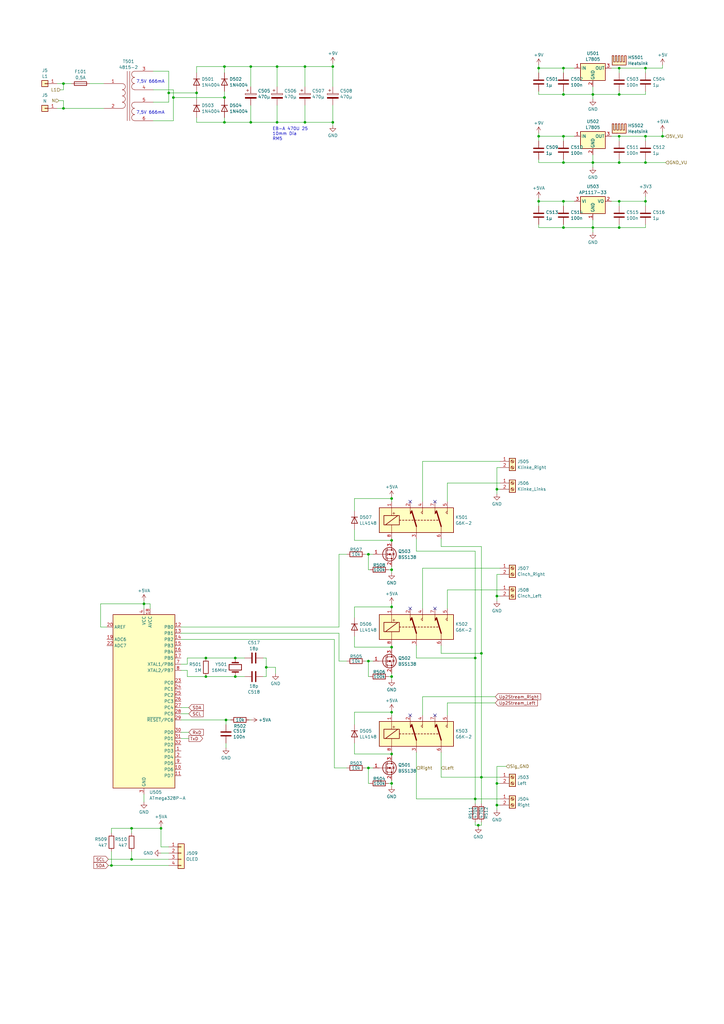
<source format=kicad_sch>
(kicad_sch (version 20230121) (generator eeschema)
  (paper "A3" portrait)
  (lib_symbols
    (symbol "Connector:Screw_Terminal_01x02" (pin_names (offset 1.016) hide)
      (property "Reference" "J" (at 0 2.54 0))
      (property "Value" "Screw_Terminal_01x02" (at 0 -5.08 0))
      (symbol "Screw_Terminal_01x02_1_1"
        (pin passive line (at -5.08 0 0) (length 3.81) (name "Pin_1") (number "1"))
        (pin passive line (at -5.08 -2.54 0) (length 3.81) (name "Pin_2") (number "2"))
      )
    )
    (symbol "Connector_Generic:Conn_01x01" (pin_names (offset 1.016) hide)
      (property "Reference" "J" (at 0 2.54 0))
      (property "Value" "Conn_01x01" (at 0 -2.54 0))
      (symbol "Conn_01x01_1_1"
        (pin passive line (at -5.08 0 0) (length 3.81) (name "Pin_1") (number "1"))
      )
    )
    (symbol "Connector_Generic:Conn_01x04" (pin_names (offset 1.016) hide)
      (property "Reference" "J" (at 0 5.08 0))
      (property "Value" "Conn_01x04" (at 0 -7.62 0))
      (symbol "Conn_01x04_1_1"
        (pin passive line (at -5.08 2.54 0) (length 3.81) (name "Pin_1") (number "1"))
        (pin passive line (at -5.08 0 0) (length 3.81) (name "Pin_2") (number "2"))
        (pin passive line (at -5.08 -2.54 0) (length 3.81) (name "Pin_3") (number "3"))
        (pin passive line (at -5.08 -5.08 0) (length 3.81) (name "Pin_4") (number "4"))
      )
    )
    (symbol "Device:C" (pin_numbers hide) (pin_names (offset 0.254))
      (property "Reference" "C" (at 0.635 2.54 0))
      (property "Value" "C" (at 0.635 -2.54 0))
      (symbol "C_1_1"
        (pin passive line (at 0 3.81 270) (length 2.794) (name "~") (number "1"))
        (pin passive line (at 0 -3.81 90) (length 2.794) (name "~") (number "2"))
      )
    )
    (symbol "Device:C_Polarized" (pin_numbers hide) (pin_names (offset 0.254))
      (property "Reference" "C" (at 0.635 2.54 0))
      (property "Value" "C_Polarized" (at 0.635 -2.54 0))
      (symbol "C_Polarized_1_1"
        (pin passive line (at 0 3.81 270) (length 2.794) (name "~") (number "1"))
        (pin passive line (at 0 -3.81 90) (length 2.794) (name "~") (number "2"))
      )
    )
    (symbol "Device:Crystal" (pin_numbers hide) (pin_names (offset 1.016) hide)
      (property "Reference" "Y" (at 0 3.81 0))
      (property "Value" "Crystal" (at 0 -3.81 0))
      (symbol "Crystal_1_1"
        (pin passive line (at -3.81 0 0) (length 1.27) (name "1") (number "1"))
        (pin passive line (at 3.81 0 180) (length 1.27) (name "2") (number "2"))
      )
    )
    (symbol "Device:Fuse" (pin_numbers hide) (pin_names (offset 0))
      (property "Reference" "F" (at 2.032 0 90))
      (property "Value" "Fuse" (at -1.905 0 90))
      (symbol "Fuse_1_1"
        (pin passive line (at 0 3.81 270) (length 1.27) (name "~") (number "1"))
        (pin passive line (at 0 -3.81 90) (length 1.27) (name "~") (number "2"))
      )
    )
    (symbol "Device:R" (pin_numbers hide) (pin_names (offset 0))
      (property "Reference" "R" (at 2.032 0 90))
      (property "Value" "R" (at 0 0 90))
      (symbol "R_1_1"
        (pin passive line (at 0 3.81 270) (length 1.27) (name "~") (number "1"))
        (pin passive line (at 0 -3.81 90) (length 1.27) (name "~") (number "2"))
      )
    )
    (symbol "Device:Transformer_1P_2S" (pin_names (offset 1.016) hide)
      (property "Reference" "T" (at 0 12.7 0))
      (property "Value" "Transformer_1P_2S" (at 0 -12.7 0))
      (symbol "Transformer_1P_2S_1_1"
        (pin passive line (at -10.16 5.08 0) (length 7.62) (name "AA") (number "1"))
        (pin passive line (at -10.16 -5.08 0) (length 7.62) (name "AB") (number "2"))
        (pin passive line (at 10.16 10.16 180) (length 7.62) (name "SA") (number "3"))
        (pin passive line (at 10.16 2.54 180) (length 7.62) (name "SB") (number "4"))
        (pin passive line (at 10.16 -2.54 180) (length 7.62) (name "SC") (number "5"))
        (pin passive line (at 10.16 -10.16 180) (length 7.62) (name "SD") (number "6"))
      )
    )
    (symbol "Diode:1N4004" (pin_numbers hide) (pin_names hide)
      (property "Reference" "D" (at 0 2.54 0))
      (property "Value" "1N4004" (at 0 -2.54 0))
      (symbol "1N4004_1_1"
        (pin passive line (at -3.81 0 0) (length 2.54) (name "K") (number "1"))
        (pin passive line (at 3.81 0 180) (length 2.54) (name "A") (number "2"))
      )
    )
    (symbol "Diode:LL4148" (pin_numbers hide) (pin_names hide)
      (property "Reference" "D" (at 0 2.54 0))
      (property "Value" "LL4148" (at 0 -2.54 0))
      (symbol "LL4148_1_1"
        (pin passive line (at -3.81 0 0) (length 2.54) (name "K") (number "1"))
        (pin passive line (at 3.81 0 180) (length 2.54) (name "A") (number "2"))
      )
    )
    (symbol "MCU_Microchip_ATmega:ATmega328P-A"
      (property "Reference" "U" (at -12.7 36.83 0))
      (property "Value" "ATmega328P-A" (at 2.54 -36.83 0))
      (symbol "ATmega328P-A_1_1"
        (pin bidirectional line (at 15.24 -20.32 180) (length 2.54) (name "PD3") (number "1"))
        (pin bidirectional line (at 15.24 -27.94 180) (length 2.54) (name "PD6") (number "10"))
        (pin bidirectional line (at 15.24 -30.48 180) (length 2.54) (name "PD7") (number "11"))
        (pin bidirectional line (at 15.24 30.48 180) (length 2.54) (name "PB0") (number "12"))
        (pin bidirectional line (at 15.24 27.94 180) (length 2.54) (name "PB1") (number "13"))
        (pin bidirectional line (at 15.24 25.4 180) (length 2.54) (name "PB2") (number "14"))
        (pin bidirectional line (at 15.24 22.86 180) (length 2.54) (name "PB3") (number "15"))
        (pin bidirectional line (at 15.24 20.32 180) (length 2.54) (name "PB4") (number "16"))
        (pin bidirectional line (at 15.24 17.78 180) (length 2.54) (name "PB5") (number "17"))
        (pin power_in line (at 2.54 38.1 270) (length 2.54) (name "AVCC") (number "18"))
        (pin input line (at -15.24 25.4 0) (length 2.54) (name "ADC6") (number "19"))
        (pin bidirectional line (at 15.24 -22.86 180) (length 2.54) (name "PD4") (number "2"))
        (pin passive line (at -15.24 30.48 0) (length 2.54) (name "AREF") (number "20"))
        (pin passive line (at 0 -38.1 90) (length 2.54) hide (name "GND") (number "21"))
        (pin input line (at -15.24 22.86 0) (length 2.54) (name "ADC7") (number "22"))
        (pin bidirectional line (at 15.24 7.62 180) (length 2.54) (name "PC0") (number "23"))
        (pin bidirectional line (at 15.24 5.08 180) (length 2.54) (name "PC1") (number "24"))
        (pin bidirectional line (at 15.24 2.54 180) (length 2.54) (name "PC2") (number "25"))
        (pin bidirectional line (at 15.24 0 180) (length 2.54) (name "PC3") (number "26"))
        (pin bidirectional line (at 15.24 -2.54 180) (length 2.54) (name "PC4") (number "27"))
        (pin bidirectional line (at 15.24 -5.08 180) (length 2.54) (name "PC5") (number "28"))
        (pin bidirectional line (at 15.24 -7.62 180) (length 2.54) (name "~{RESET}/PC6") (number "29"))
        (pin power_in line (at 0 -38.1 90) (length 2.54) (name "GND") (number "3"))
        (pin bidirectional line (at 15.24 -12.7 180) (length 2.54) (name "PD0") (number "30"))
        (pin bidirectional line (at 15.24 -15.24 180) (length 2.54) (name "PD1") (number "31"))
        (pin bidirectional line (at 15.24 -17.78 180) (length 2.54) (name "PD2") (number "32"))
        (pin power_in line (at 0 38.1 270) (length 2.54) (name "VCC") (number "4"))
        (pin passive line (at 0 -38.1 90) (length 2.54) hide (name "GND") (number "5"))
        (pin passive line (at 0 38.1 270) (length 2.54) hide (name "VCC") (number "6"))
        (pin bidirectional line (at 15.24 15.24 180) (length 2.54) (name "XTAL1/PB6") (number "7"))
        (pin bidirectional line (at 15.24 12.7 180) (length 2.54) (name "XTAL2/PB7") (number "8"))
        (pin bidirectional line (at 15.24 -25.4 180) (length 2.54) (name "PD5") (number "9"))
      )
    )
    (symbol "Mechanical:Heatsink" (pin_names (offset 1.016))
      (property "Reference" "HS" (at 0 5.08 0))
      (property "Value" "Heatsink" (at 0 -1.27 0))
    )
    (symbol "Regulator_Linear:AP1117-33"
      (property "Reference" "U" (at -3.81 3.175 0))
      (property "Value" "AP1117-33" (at 0 3.175 0))
      (symbol "AP1117-33_1_1"
        (pin power_in line (at 0 -7.62 90) (length 2.54) (name "GND") (number "1"))
        (pin power_out line (at 7.62 0 180) (length 2.54) (name "VO") (number "2"))
        (pin power_in line (at -7.62 0 0) (length 2.54) (name "VI") (number "3"))
      )
    )
    (symbol "Regulator_Linear:L7805" (pin_names (offset 0.254))
      (property "Reference" "U" (at -3.81 3.175 0))
      (property "Value" "L7805" (at 0 3.175 0))
      (symbol "L7805_1_1"
        (pin power_in line (at -7.62 0 0) (length 2.54) (name "IN") (number "1"))
        (pin power_in line (at 0 -7.62 90) (length 2.54) (name "GND") (number "2"))
        (pin power_out line (at 7.62 0 180) (length 2.54) (name "OUT") (number "3"))
      )
    )
    (symbol "Relay:G6K-2"
      (property "Reference" "K" (at 16.51 3.81 0))
      (property "Value" "G6K-2" (at 16.51 1.27 0))
      (symbol "G6K-2_0_0"
        (text "+" (at -9.271 2.921 0) (effects (font (size 1.27 1.27))))
      )
      (symbol "G6K-2_1_1"
        (pin passive line (at -10.16 7.62 270) (length 2.54) (name "~") (number "1"))
        (pin passive line (at -2.54 7.62 270) (length 2.54) (name "~") (number "2"))
        (pin passive line (at 0 -7.62 90) (length 2.54) (name "~") (number "3"))
        (pin passive line (at 2.54 7.62 270) (length 2.54) (name "~") (number "4"))
        (pin passive line (at 12.7 7.62 270) (length 2.54) (name "~") (number "5"))
        (pin passive line (at 10.16 -7.62 90) (length 2.54) (name "~") (number "6"))
        (pin passive line (at 7.62 7.62 270) (length 2.54) (name "~") (number "7"))
        (pin passive line (at -10.16 -7.62 90) (length 2.54) (name "~") (number "8"))
      )
    )
    (symbol "Transistor_FET:BSS138" (pin_names hide)
      (property "Reference" "Q" (at 5.08 1.905 0))
      (property "Value" "BSS138" (at 5.08 0 0))
      (symbol "BSS138_1_1"
        (pin input line (at -5.08 0 0) (length 2.54) (name "G") (number "1"))
        (pin passive line (at 2.54 -5.08 90) (length 2.54) (name "S") (number "2"))
        (pin passive line (at 2.54 5.08 270) (length 2.54) (name "D") (number "3"))
      )
    )
    (symbol "power:+3V3" (power) (pin_names (offset 0))
      (property "Value" "+3V3" (at 0 3.556 0))
      (symbol "+3V3_1_1"
        (pin power_in line (at 0 0 90) (length 0) hide (name "+3V3") (number "1"))
      )
    )
    (symbol "power:+5V" (power) (pin_names (offset 0))
      (property "Value" "+5V" (at 0 3.556 0))
      (symbol "+5V_1_1"
        (pin power_in line (at 0 0 90) (length 0) hide (name "+5V") (number "1"))
      )
    )
    (symbol "power:+5VA" (power) (pin_names (offset 0))
      (property "Value" "+5VA" (at 0 3.556 0))
      (symbol "+5VA_1_1"
        (pin power_in line (at 0 0 90) (length 0) hide (name "+5VA") (number "1"))
      )
    )
    (symbol "power:+9V" (power) (pin_names (offset 0))
      (property "Value" "+9V" (at 0 3.556 0))
      (symbol "+9V_1_1"
        (pin power_in line (at 0 0 90) (length 0) hide (name "+9V") (number "1"))
      )
    )
    (symbol "power:GND" (power) (pin_names (offset 0))
      (property "Value" "GND" (at 0 -3.81 0))
      (symbol "GND_1_1"
        (pin power_in line (at 0 0 270) (length 0) hide (name "GND") (number "1"))
      )
    )
  )
  (junction (at 254 38.735))
  (junction (at 254 93.345))
  (junction (at 197.485 267.97))
  (junction (at 264.795 27.94))
  (junction (at 113.665 27.305))
  (junction (at 203.835 244.475))
  (junction (at 151.13 314.96))
  (junction (at 254 82.55))
  (junction (at 231.14 82.55))
  (junction (at 194.945 327.66))
  (junction (at 84.455 277.495))
  (junction (at 196.215 338.455))
  (junction (at 160.655 309.245))
  (junction (at 160.655 204.47))
  (junction (at 160.655 248.92))
  (junction (at 203.835 200.66))
  (junction (at 151.13 271.145))
  (junction (at 197.485 318.77))
  (junction (at 203.835 321.31))
  (junction (at 92.075 27.305))
  (junction (at 113.665 50.165))
  (junction (at 243.205 93.345))
  (junction (at 271.78 55.88))
  (junction (at 231.14 93.345))
  (junction (at 231.14 55.88))
  (junction (at 80.645 38.1))
  (junction (at 45.72 354.965))
  (junction (at 53.975 339.725))
  (junction (at 92.075 40.005))
  (junction (at 102.87 50.165))
  (junction (at 96.52 277.495))
  (junction (at 231.14 38.735))
  (junction (at 92.71 295.275))
  (junction (at 59.055 247.65))
  (junction (at 220.98 82.55))
  (junction (at 243.205 38.735))
  (junction (at 102.87 27.305))
  (junction (at 136.525 27.305))
  (junction (at 109.22 273.685))
  (junction (at 96.52 269.875))
  (junction (at 220.98 27.94))
  (junction (at 66.04 339.725))
  (junction (at 194.945 269.875))
  (junction (at 160.655 321.31))
  (junction (at 160.655 233.68))
  (junction (at 160.655 265.43))
  (junction (at 203.835 330.2))
  (junction (at 151.13 227.33))
  (junction (at 53.975 352.425))
  (junction (at 84.455 269.875))
  (junction (at 264.795 55.88))
  (junction (at 254 27.94))
  (junction (at 71.12 40.005))
  (junction (at 264.795 82.55))
  (junction (at 125.095 27.305))
  (junction (at 26.035 44.45))
  (junction (at 125.095 50.165))
  (junction (at 136.525 50.165))
  (junction (at 92.075 50.165))
  (junction (at 231.14 66.675))
  (junction (at 69.215 38.1))
  (junction (at 160.655 221.615))
  (junction (at 220.98 55.88))
  (junction (at 231.14 27.94))
  (junction (at 254 55.88))
  (junction (at 243.205 66.675))
  (junction (at 26.035 34.29))
  (junction (at 160.655 277.495))
  (junction (at 160.655 292.1))
  (junction (at 264.795 66.675))
  (junction (at 254 66.675))
  (no_connect (at 178.435 249.555))
  (no_connect (at 168.275 249.555))
  (no_connect (at 178.435 293.37))
  (no_connect (at 178.435 205.74))
  (no_connect (at 168.275 205.74))
  (no_connect (at 168.275 293.37))
  (wire (pts (xy 74.295 262.255) (xy 137.16 262.255)))
  (wire (pts (xy 92.075 50.165) (xy 92.075 48.26)))
  (wire (pts (xy 194.945 327.66) (xy 170.815 327.66)))
  (wire (pts (xy 145.415 260.985) (xy 145.415 265.43)))
  (wire (pts (xy 197.485 318.77) (xy 197.485 329.565)))
  (wire (pts (xy 183.515 198.12) (xy 205.105 198.12)))
  (wire (pts (xy 160.655 233.68) (xy 160.655 232.41)))
  (wire (pts (xy 76.835 277.495) (xy 76.835 274.955)))
  (wire (pts (xy 264.795 80.645) (xy 264.795 82.55)))
  (wire (pts (xy 136.525 27.305) (xy 136.525 35.56)))
  (wire (pts (xy 197.485 267.97) (xy 197.485 318.77)))
  (wire (pts (xy 53.975 339.725) (xy 53.975 341.63)))
  (wire (pts (xy 243.205 38.735) (xy 254 38.735)))
  (wire (pts (xy 160.655 233.68) (xy 160.655 234.95)))
  (wire (pts (xy 203.835 332.105) (xy 203.835 330.2)))
  (wire (pts (xy 74.295 302.895) (xy 77.47 302.895)))
  (wire (pts (xy 203.835 244.475) (xy 205.105 244.475)))
  (wire (pts (xy 231.14 27.94) (xy 235.585 27.94)))
  (wire (pts (xy 53.975 349.25) (xy 53.975 352.425)))
  (wire (pts (xy 125.095 27.305) (xy 136.525 27.305)))
  (wire (pts (xy 254 82.55) (xy 254 84.455)))
  (wire (pts (xy 61.595 249.555) (xy 61.595 247.65)))
  (wire (pts (xy 271.78 55.88) (xy 273.05 55.88)))
  (wire (pts (xy 151.765 321.31) (xy 151.13 321.31)))
  (wire (pts (xy 107.95 277.495) (xy 109.22 277.495)))
  (wire (pts (xy 136.525 50.165) (xy 136.525 43.18)))
  (wire (pts (xy 44.45 354.965) (xy 45.72 354.965)))
  (wire (pts (xy 264.795 84.455) (xy 264.795 82.55)))
  (wire (pts (xy 231.14 57.785) (xy 231.14 55.88)))
  (wire (pts (xy 231.14 82.55) (xy 235.585 82.55)))
  (wire (pts (xy 264.795 55.88) (xy 254 55.88)))
  (wire (pts (xy 102.87 43.18) (xy 102.87 50.165)))
  (wire (pts (xy 194.945 337.185) (xy 194.945 338.455)))
  (wire (pts (xy 41.275 247.65) (xy 41.275 257.175)))
  (wire (pts (xy 145.415 221.615) (xy 160.655 221.615)))
  (wire (pts (xy 173.355 189.23) (xy 173.355 205.74)))
  (wire (pts (xy 125.095 43.18) (xy 125.095 50.165)))
  (wire (pts (xy 74.295 300.355) (xy 77.47 300.355)))
  (wire (pts (xy 151.13 321.31) (xy 151.13 314.96)))
  (wire (pts (xy 71.12 40.005) (xy 71.12 36.83)))
  (wire (pts (xy 160.655 321.31) (xy 160.655 320.04)))
  (wire (pts (xy 71.12 49.53) (xy 71.12 40.005)))
  (wire (pts (xy 160.655 203.835) (xy 160.655 204.47)))
  (wire (pts (xy 74.295 292.735) (xy 77.47 292.735)))
  (wire (pts (xy 45.72 339.725) (xy 53.975 339.725)))
  (wire (pts (xy 139.065 271.145) (xy 142.24 271.145)))
  (wire (pts (xy 203.835 330.2) (xy 205.105 330.2)))
  (wire (pts (xy 61.595 247.65) (xy 59.055 247.65)))
  (wire (pts (xy 243.205 66.675) (xy 254 66.675)))
  (wire (pts (xy 125.095 50.165) (xy 136.525 50.165)))
  (wire (pts (xy 205.105 233.045) (xy 173.355 233.045)))
  (wire (pts (xy 264.795 55.88) (xy 271.78 55.88)))
  (wire (pts (xy 74.295 257.175) (xy 139.065 257.175)))
  (wire (pts (xy 160.655 248.92) (xy 160.655 249.555)))
  (wire (pts (xy 254 27.94) (xy 254 29.845)))
  (wire (pts (xy 66.04 339.09) (xy 66.04 339.725)))
  (wire (pts (xy 243.205 93.345) (xy 254 93.345)))
  (wire (pts (xy 243.205 38.735) (xy 243.205 40.64)))
  (wire (pts (xy 264.795 57.785) (xy 264.795 55.88)))
  (wire (pts (xy 160.655 204.47) (xy 160.655 205.74)))
  (wire (pts (xy 109.22 269.875) (xy 107.95 269.875)))
  (wire (pts (xy 71.12 40.005) (xy 92.075 40.005)))
  (wire (pts (xy 92.71 295.275) (xy 92.71 297.18)))
  (wire (pts (xy 59.055 246.38) (xy 59.055 247.65)))
  (wire (pts (xy 145.415 209.55) (xy 145.415 204.47)))
  (wire (pts (xy 160.655 292.1) (xy 160.655 293.37)))
  (wire (pts (xy 180.975 318.77) (xy 197.485 318.77)))
  (wire (pts (xy 220.98 81.28) (xy 220.98 82.55)))
  (wire (pts (xy 151.13 233.68) (xy 151.13 227.33)))
  (wire (pts (xy 220.98 93.345) (xy 231.14 93.345)))
  (wire (pts (xy 109.22 277.495) (xy 109.22 273.685)))
  (wire (pts (xy 173.355 285.75) (xy 173.355 293.37)))
  (wire (pts (xy 92.075 27.305) (xy 102.87 27.305)))
  (wire (pts (xy 243.205 93.345) (xy 243.205 95.25)))
  (wire (pts (xy 243.205 66.675) (xy 243.205 68.58)))
  (wire (pts (xy 62.865 49.53) (xy 71.12 49.53)))
  (wire (pts (xy 220.98 26.67) (xy 220.98 27.94)))
  (wire (pts (xy 149.86 227.33) (xy 151.13 227.33)))
  (wire (pts (xy 220.98 27.94) (xy 231.14 27.94)))
  (wire (pts (xy 80.645 29.845) (xy 80.645 27.305)))
  (wire (pts (xy 151.13 227.33) (xy 153.035 227.33)))
  (wire (pts (xy 231.14 92.075) (xy 231.14 93.345)))
  (wire (pts (xy 203.835 200.66) (xy 203.835 191.77)))
  (wire (pts (xy 160.655 221.615) (xy 160.655 222.25)))
  (wire (pts (xy 271.78 26.67) (xy 271.78 27.94)))
  (wire (pts (xy 254 38.735) (xy 264.795 38.735)))
  (wire (pts (xy 113.03 276.225) (xy 113.03 273.685)))
  (wire (pts (xy 160.655 309.245) (xy 160.655 309.88)))
  (wire (pts (xy 26.035 44.45) (xy 42.545 44.45)))
  (wire (pts (xy 183.515 288.29) (xy 183.515 293.37)))
  (wire (pts (xy 137.16 314.96) (xy 142.24 314.96)))
  (wire (pts (xy 59.055 247.65) (xy 41.275 247.65)))
  (wire (pts (xy 76.835 269.875) (xy 76.835 272.415)))
  (wire (pts (xy 159.385 233.68) (xy 160.655 233.68)))
  (wire (pts (xy 205.105 241.935) (xy 183.515 241.935)))
  (wire (pts (xy 26.035 36.83) (xy 26.035 34.29)))
  (wire (pts (xy 102.87 27.305) (xy 113.665 27.305)))
  (wire (pts (xy 41.275 257.175) (xy 43.815 257.175)))
  (wire (pts (xy 203.835 246.38) (xy 203.835 244.475)))
  (wire (pts (xy 254 55.88) (xy 250.825 55.88)))
  (wire (pts (xy 100.33 277.495) (xy 96.52 277.495)))
  (wire (pts (xy 76.835 272.415) (xy 74.295 272.415)))
  (wire (pts (xy 125.095 27.305) (xy 125.095 35.56)))
  (wire (pts (xy 59.055 247.65) (xy 59.055 249.555)))
  (wire (pts (xy 137.16 262.255) (xy 137.16 314.96)))
  (wire (pts (xy 264.795 66.675) (xy 273.05 66.675)))
  (wire (pts (xy 36.83 34.29) (xy 42.545 34.29)))
  (wire (pts (xy 183.515 198.12) (xy 183.515 205.74)))
  (wire (pts (xy 69.215 29.21) (xy 62.865 29.21)))
  (wire (pts (xy 183.515 241.935) (xy 183.515 249.555)))
  (wire (pts (xy 149.86 314.96) (xy 151.13 314.96)))
  (wire (pts (xy 84.455 277.495) (xy 76.835 277.495)))
  (wire (pts (xy 113.03 273.685) (xy 109.22 273.685)))
  (wire (pts (xy 197.485 337.185) (xy 197.485 338.455)))
  (wire (pts (xy 271.78 27.94) (xy 264.795 27.94)))
  (wire (pts (xy 220.98 55.88) (xy 231.14 55.88)))
  (wire (pts (xy 160.655 265.43) (xy 160.655 266.065)))
  (wire (pts (xy 136.525 50.165) (xy 136.525 51.435)))
  (wire (pts (xy 194.945 338.455) (xy 196.215 338.455)))
  (wire (pts (xy 254 55.88) (xy 254 57.785)))
  (wire (pts (xy 203.835 191.77) (xy 205.105 191.77)))
  (wire (pts (xy 203.835 235.585) (xy 205.105 235.585)))
  (wire (pts (xy 151.765 233.68) (xy 151.13 233.68)))
  (wire (pts (xy 271.78 53.975) (xy 271.78 55.88)))
  (wire (pts (xy 173.355 189.23) (xy 205.105 189.23)))
  (wire (pts (xy 160.655 321.31) (xy 160.655 322.58)))
  (wire (pts (xy 151.13 271.145) (xy 153.035 271.145)))
  (wire (pts (xy 59.055 325.755) (xy 59.055 328.93)))
  (wire (pts (xy 220.98 92.075) (xy 220.98 93.345)))
  (wire (pts (xy 231.14 38.735) (xy 243.205 38.735)))
  (wire (pts (xy 231.14 55.88) (xy 235.585 55.88)))
  (wire (pts (xy 180.975 224.155) (xy 197.485 224.155)))
  (wire (pts (xy 24.765 36.83) (xy 26.035 36.83)))
  (wire (pts (xy 220.98 27.94) (xy 220.98 29.845)))
  (wire (pts (xy 145.415 217.17) (xy 145.415 221.615)))
  (wire (pts (xy 231.14 65.405) (xy 231.14 66.675)))
  (wire (pts (xy 220.98 38.735) (xy 231.14 38.735)))
  (wire (pts (xy 69.215 38.1) (xy 69.215 29.21)))
  (wire (pts (xy 145.415 309.245) (xy 160.655 309.245)))
  (wire (pts (xy 170.815 269.875) (xy 194.945 269.875)))
  (wire (pts (xy 180.975 267.97) (xy 197.485 267.97)))
  (wire (pts (xy 149.86 271.145) (xy 151.13 271.145)))
  (wire (pts (xy 264.795 29.845) (xy 264.795 27.94)))
  (wire (pts (xy 159.385 321.31) (xy 160.655 321.31)))
  (wire (pts (xy 170.815 264.795) (xy 170.815 269.875)))
  (wire (pts (xy 254 27.94) (xy 250.825 27.94)))
  (wire (pts (xy 264.795 38.735) (xy 264.795 37.465)))
  (wire (pts (xy 243.205 38.735) (xy 243.205 35.56)))
  (wire (pts (xy 102.87 50.165) (xy 113.665 50.165)))
  (wire (pts (xy 243.205 66.675) (xy 243.205 63.5)))
  (wire (pts (xy 220.98 55.88) (xy 220.98 57.785)))
  (wire (pts (xy 254 82.55) (xy 250.825 82.55)))
  (wire (pts (xy 203.2 285.75) (xy 173.355 285.75)))
  (wire (pts (xy 170.815 220.98) (xy 170.815 226.06)))
  (wire (pts (xy 151.13 277.495) (xy 151.13 271.145)))
  (wire (pts (xy 220.98 37.465) (xy 220.98 38.735)))
  (wire (pts (xy 207.645 314.325) (xy 203.835 314.325)))
  (wire (pts (xy 66.04 339.725) (xy 66.04 347.345)))
  (wire (pts (xy 160.655 277.495) (xy 160.655 278.765)))
  (wire (pts (xy 145.415 253.365) (xy 145.415 248.92)))
  (wire (pts (xy 102.87 27.305) (xy 102.87 35.56)))
  (wire (pts (xy 264.795 82.55) (xy 254 82.55)))
  (wire (pts (xy 62.865 41.91) (xy 69.215 41.91)))
  (wire (pts (xy 113.665 27.305) (xy 125.095 27.305)))
  (wire (pts (xy 26.035 34.29) (xy 29.21 34.29)))
  (wire (pts (xy 160.655 264.795) (xy 160.655 265.43)))
  (wire (pts (xy 80.645 50.165) (xy 92.075 50.165)))
  (wire (pts (xy 203.835 200.66) (xy 205.105 200.66)))
  (wire (pts (xy 136.525 26.035) (xy 136.525 27.305)))
  (wire (pts (xy 145.415 297.18) (xy 145.415 292.1)))
  (wire (pts (xy 180.975 220.98) (xy 180.975 224.155)))
  (wire (pts (xy 203.835 321.31) (xy 205.105 321.31)))
  (wire (pts (xy 23.495 44.45) (xy 26.035 44.45)))
  (wire (pts (xy 231.14 93.345) (xy 243.205 93.345)))
  (wire (pts (xy 160.655 247.65) (xy 160.655 248.92)))
  (wire (pts (xy 74.295 295.275) (xy 92.71 295.275)))
  (wire (pts (xy 145.415 204.47) (xy 160.655 204.47)))
  (wire (pts (xy 102.235 295.275) (xy 102.87 295.275)))
  (wire (pts (xy 80.645 48.26) (xy 80.645 50.165)))
  (wire (pts (xy 220.98 66.675) (xy 231.14 66.675)))
  (wire (pts (xy 113.665 50.165) (xy 125.095 50.165)))
  (wire (pts (xy 69.215 38.1) (xy 80.645 38.1)))
  (wire (pts (xy 76.835 274.955) (xy 74.295 274.955)))
  (wire (pts (xy 53.975 339.725) (xy 66.04 339.725)))
  (wire (pts (xy 170.815 226.06) (xy 194.945 226.06)))
  (wire (pts (xy 145.415 265.43) (xy 160.655 265.43)))
  (wire (pts (xy 254 37.465) (xy 254 38.735)))
  (wire (pts (xy 264.795 93.345) (xy 264.795 92.075)))
  (wire (pts (xy 100.33 269.875) (xy 96.52 269.875)))
  (wire (pts (xy 151.13 314.96) (xy 153.035 314.96)))
  (wire (pts (xy 220.98 54.61) (xy 220.98 55.88)))
  (wire (pts (xy 113.665 43.18) (xy 113.665 50.165)))
  (wire (pts (xy 45.72 354.965) (xy 69.215 354.965)))
  (wire (pts (xy 45.72 341.63) (xy 45.72 339.725)))
  (wire (pts (xy 44.45 352.425) (xy 53.975 352.425)))
  (wire (pts (xy 196.215 338.455) (xy 196.215 339.09)))
  (wire (pts (xy 139.065 227.33) (xy 142.24 227.33)))
  (wire (pts (xy 71.12 36.83) (xy 62.865 36.83)))
  (wire (pts (xy 231.14 84.455) (xy 231.14 82.55)))
  (wire (pts (xy 220.98 65.405) (xy 220.98 66.675)))
  (wire (pts (xy 254 66.675) (xy 264.795 66.675)))
  (wire (pts (xy 254 92.075) (xy 254 93.345)))
  (wire (pts (xy 92.71 295.275) (xy 94.615 295.275)))
  (wire (pts (xy 159.385 277.495) (xy 160.655 277.495)))
  (wire (pts (xy 139.065 259.715) (xy 139.065 271.145)))
  (wire (pts (xy 96.52 269.875) (xy 84.455 269.875)))
  (wire (pts (xy 84.455 269.875) (xy 76.835 269.875)))
  (wire (pts (xy 145.415 304.8) (xy 145.415 309.245)))
  (wire (pts (xy 180.975 308.61) (xy 180.975 318.77)))
  (wire (pts (xy 92.075 37.465) (xy 92.075 40.005)))
  (wire (pts (xy 194.945 226.06) (xy 194.945 269.875)))
  (wire (pts (xy 80.645 38.1) (xy 80.645 40.64)))
  (wire (pts (xy 203.835 314.325) (xy 203.835 321.31)))
  (wire (pts (xy 109.22 273.685) (xy 109.22 269.875)))
  (wire (pts (xy 180.975 264.795) (xy 180.975 267.97)))
  (wire (pts (xy 220.98 82.55) (xy 231.14 82.55)))
  (wire (pts (xy 74.295 290.195) (xy 77.47 290.195)))
  (wire (pts (xy 160.655 220.98) (xy 160.655 221.615)))
  (wire (pts (xy 264.795 27.94) (xy 254 27.94)))
  (wire (pts (xy 160.655 308.61) (xy 160.655 309.245)))
  (wire (pts (xy 80.645 37.465) (xy 80.645 38.1)))
  (wire (pts (xy 264.795 66.675) (xy 264.795 65.405)))
  (wire (pts (xy 254 93.345) (xy 264.795 93.345)))
  (wire (pts (xy 194.945 327.66) (xy 205.105 327.66)))
  (wire (pts (xy 53.975 352.425) (xy 69.215 352.425)))
  (wire (pts (xy 80.645 27.305) (xy 92.075 27.305)))
  (wire (pts (xy 96.52 277.495) (xy 84.455 277.495)))
  (wire (pts (xy 160.655 277.495) (xy 160.655 276.225)))
  (wire (pts (xy 231.14 66.675) (xy 243.205 66.675)))
  (wire (pts (xy 92.075 40.005) (xy 92.075 40.64)))
  (wire (pts (xy 243.205 93.345) (xy 243.205 90.17)))
  (wire (pts (xy 197.485 224.155) (xy 197.485 267.97)))
  (wire (pts (xy 254 65.405) (xy 254 66.675)))
  (wire (pts (xy 92.71 304.8) (xy 92.71 306.705)))
  (wire (pts (xy 92.075 27.305) (xy 92.075 29.845)))
  (wire (pts (xy 231.14 37.465) (xy 231.14 38.735)))
  (wire (pts (xy 196.215 338.455) (xy 197.485 338.455)))
  (wire (pts (xy 45.72 349.25) (xy 45.72 354.965)))
  (wire (pts (xy 26.035 41.275) (xy 26.035 44.45)))
  (wire (pts (xy 173.355 233.045) (xy 173.355 249.555)))
  (wire (pts (xy 203.835 330.2) (xy 203.835 321.31)))
  (wire (pts (xy 139.065 257.175) (xy 139.065 227.33)))
  (wire (pts (xy 24.13 41.275) (xy 26.035 41.275)))
  (wire (pts (xy 74.295 259.715) (xy 139.065 259.715)))
  (wire (pts (xy 197.485 318.77) (xy 205.105 318.77)))
  (wire (pts (xy 231.14 29.845) (xy 231.14 27.94)))
  (wire (pts (xy 145.415 248.92) (xy 160.655 248.92)))
  (wire (pts (xy 194.945 327.66) (xy 194.945 329.565)))
  (wire (pts (xy 203.2 288.29) (xy 183.515 288.29)))
  (wire (pts (xy 220.98 82.55) (xy 220.98 84.455)))
  (wire (pts (xy 170.815 327.66) (xy 170.815 308.61)))
  (wire (pts (xy 69.215 41.91) (xy 69.215 38.1)))
  (wire (pts (xy 66.04 347.345) (xy 69.215 347.345)))
  (wire (pts (xy 203.835 202.565) (xy 203.835 200.66)))
  (wire (pts (xy 145.415 292.1) (xy 160.655 292.1)))
  (wire (pts (xy 66.04 349.885) (xy 69.215 349.885)))
  (wire (pts (xy 23.495 34.29) (xy 26.035 34.29)))
  (wire (pts (xy 160.655 291.465) (xy 160.655 292.1)))
  (wire (pts (xy 194.945 269.875) (xy 194.945 327.66)))
  (wire (pts (xy 92.075 50.165) (xy 102.87 50.165)))
  (wire (pts (xy 203.835 244.475) (xy 203.835 235.585)))
  (wire (pts (xy 151.765 277.495) (xy 151.13 277.495)))
  (wire (pts (xy 113.665 27.305) (xy 113.665 35.56)))
  (text "7,5V 666mA\n" (at 55.88 46.99 0) (effects (font (size 1.27 1.27)) (justify left bottom)))
  (text "EB-A 470U 25\n10mm Dia\nRM5" (at 111.76 57.785 0) (effects (font (size 1.27 1.27)) (justify left bottom)))
  (text "7,5V 666mA\n" (at 55.88 34.29 0) (effects (font (size 1.27 1.27)) (justify left bottom)))
  (global_label "TxD" (shape output) (at 77.47 302.895 0) (property "Intersheetrefs" "${INTERSHEET_REFS}" (effects hide)))
  (global_label "SDA" (shape input) (at 77.47 290.195 0) (property "Intersheetrefs" "${INTERSHEET_REFS}" (effects hide)))
  (global_label "RxD" (shape input) (at 77.47 300.355 0) (property "Intersheetrefs" "${INTERSHEET_REFS}" (effects hide)))
  (global_label "Up2Stream_Left" (shape input) (at 203.2 288.29 0) (property "Intersheetrefs" "${INTERSHEET_REFS}" (effects hide)))
  (global_label "Up2Stream_Right" (shape input) (at 203.2 285.75 0) (property "Intersheetrefs" "${INTERSHEET_REFS}" (effects hide)))
  (global_label "SCL" (shape input) (at 44.45 352.425 180) (property "Intersheetrefs" "${INTERSHEET_REFS}" (effects hide)))
  (global_label "SDA" (shape input) (at 44.45 354.965 180) (property "Intersheetrefs" "${INTERSHEET_REFS}" (effects hide)))
  (global_label "SCL" (shape input) (at 77.47 292.735 0) (property "Intersheetrefs" "${INTERSHEET_REFS}" (effects hide)))
  (hierarchical_label "L1" (shape input) (at 24.765 36.83 180))
  (hierarchical_label "Left" (shape input) (at 180.975 314.96 0))
  (hierarchical_label "GND_VU" (shape input) (at 273.05 66.675 0))
  (hierarchical_label "Sig_GND" (shape input) (at 207.645 314.325 0))
  (hierarchical_label "5V_VU" (shape input) (at 273.05 55.88 0))
  (hierarchical_label "Right" (shape input) (at 170.815 314.96 0))
  (hierarchical_label "N" (shape input) (at 24.13 41.275 180))
  (symbol (lib_id "power:+9V") (at 220.98 26.67 0) (unit 1)
    (property "Reference" "#PWR0502" (effects hide))
    (property "Value" "+9V" (at 220.98 22.5369 0))
  )
  (symbol (lib_id "Connector:Screw_Terminal_01x02") (at 210.185 327.66 0) (unit 1)
    (property "Reference" "J504" (at 212.217 327.7179 0) (effects (justify left)))
    (property "Value" "Right" (at 212.217 330.1421 0) (effects (justify left)))
  )
  (symbol (lib_id "Transistor_FET:BSS138") (at 158.115 314.96 0) (unit 1)
    (property "Reference" "Q501" (at 163.322 313.7479 0) (effects (justify left)))
    (property "Value" "BSS138" (at 163.322 316.1721 0) (effects (justify left)))
    (property "Footprint" "Package_TO_SOT_SMD:SOT-23" (effects hide))
    (property "Datasheet" "https://www.onsemi.com/pub/Collateral/BSS138-D.PDF" (effects hide))
  )
  (symbol (lib_id "Device:C_Polarized") (at 136.525 39.37 0) (unit 1)
    (property "Reference" "C508" (at 139.446 37.2689 0) (effects (justify left)))
    (property "Value" "470µ" (at 139.446 39.6931 0) (effects (justify left)))
  )
  (symbol (lib_id "Device:R") (at 194.945 333.375 0) (unit 1)
    (property "Reference" "R511" (at 193.04 330.835 90) (effects (justify right)))
    (property "Value" "470k" (at 194.945 330.835 90) (effects (justify right)))
  )
  (symbol (lib_id "Connector:Screw_Terminal_01x02") (at 210.185 198.12 0) (unit 1)
    (property "Reference" "J506" (at 212.217 198.1779 0) (effects (justify left)))
    (property "Value" "Klinke_Links" (at 212.217 200.6021 0) (effects (justify left)))
  )
  (symbol (lib_id "Device:C") (at 104.14 277.495 270) (unit 1)
    (property "Reference" "C518" (at 104.14 283.7983 90))
    (property "Value" "18p" (at 104.14 281.3741 90))
  )
  (symbol (lib_id "power:+5VA") (at 220.98 81.28 0) (unit 1)
    (property "Reference" "#PWR0516" (effects hide))
    (property "Value" "+5VA" (at 220.98 77.1469 0))
  )
  (symbol (lib_id "Transistor_FET:BSS138") (at 158.115 227.33 0) (unit 1)
    (property "Reference" "Q503" (at 163.322 226.1179 0) (effects (justify left)))
    (property "Value" "BSS138" (at 163.322 228.5421 0) (effects (justify left)))
    (property "Footprint" "Package_TO_SOT_SMD:SOT-23" (effects hide))
    (property "Datasheet" "https://www.onsemi.com/pub/Collateral/BSS138-D.PDF" (effects hide))
  )
  (symbol (lib_id "power:+5VA") (at 271.78 53.975 0) (unit 1)
    (property "Reference" "#PWR0506" (effects hide))
    (property "Value" "+5VA" (at 271.78 49.8419 0))
  )
  (symbol (lib_id "Device:R") (at 53.975 345.44 0) (unit 1)
    (property "Reference" "R510" (at 52.197 344.2279 0) (effects (justify right)))
    (property "Value" "4k7" (at 52.197 346.6521 0) (effects (justify right)))
  )
  (symbol (lib_id "power:GND") (at 160.655 278.765 0) (unit 1)
    (property "Reference" "#PWR0518" (effects hide))
    (property "Value" "GND" (at 160.655 282.8981 0))
  )
  (symbol (lib_id "Diode:LL4148") (at 145.415 257.175 270) (unit 1)
    (property "Reference" "D506" (at 147.447 255.9629 90) (effects (justify left)))
    (property "Value" "LL4148" (at 147.447 258.3871 90) (effects (justify left)))
    (property "Footprint" "Diode_SMD:D_MiniMELF" (effects hide))
    (property "Datasheet" "http://www.vishay.com/docs/85557/ll4148.pdf" (effects hide))
    (property "Sim.Device" "D" (effects hide))
    (property "Sim.Pins" "1=K 2=A" (effects hide))
  )
  (symbol (lib_id "Device:R") (at 197.485 333.375 0) (unit 1)
    (property "Reference" "R512" (at 199.39 330.835 90) (effects (justify right)))
    (property "Value" "470k" (at 197.485 330.835 90) (effects (justify right)))
  )
  (symbol (lib_id "Diode:1N4004") (at 80.645 33.655 270) (unit 1)
    (property "Reference" "D501" (at 82.677 32.4429 90) (effects (justify left)))
    (property "Value" "1N4004" (at 82.677 34.8671 90) (effects (justify left)))
    (property "Footprint" "Diode_THT:D_DO-41_SOD81_P10.16mm_Horizontal" (effects hide))
    (property "Datasheet" "http://www.vishay.com/docs/88503/1n4001.pdf" (effects hide))
    (property "Sim.Device" "D" (effects hide))
    (property "Sim.Pins" "1=K 2=A" (effects hide))
  )
  (symbol (lib_id "Diode:1N4004") (at 80.645 44.45 270) (unit 1)
    (property "Reference" "D503" (at 82.677 43.2379 90) (effects (justify left)))
    (property "Value" "1N4004" (at 82.677 45.6621 90) (effects (justify left)))
    (property "Footprint" "Diode_THT:D_DO-41_SOD81_P10.16mm_Horizontal" (effects hide))
    (property "Datasheet" "http://www.vishay.com/docs/88503/1n4001.pdf" (effects hide))
    (property "Sim.Device" "D" (effects hide))
    (property "Sim.Pins" "1=K 2=A" (effects hide))
  )
  (symbol (lib_id "Device:R") (at 146.05 271.145 90) (unit 1)
    (property "Reference" "R505" (at 146.05 269.24 90))
    (property "Value" "10k" (at 146.05 271.145 90))
  )
  (symbol (lib_id "power:GND") (at 243.205 95.25 0) (unit 1)
    (property "Reference" "#PWR0510" (effects hide))
    (property "Value" "GND" (at 243.205 99.3831 0))
  )
  (symbol (lib_id "Device:C_Polarized") (at 125.095 39.37 0) (unit 1)
    (property "Reference" "C507" (at 128.016 37.2689 0) (effects (justify left)))
    (property "Value" "470µ" (at 128.016 39.6931 0) (effects (justify left)))
  )
  (symbol (lib_id "power:+5VA") (at 160.655 291.465 0) (unit 1)
    (property "Reference" "#PWR0522" (effects hide))
    (property "Value" "+5VA" (at 160.655 287.3319 0))
  )
  (symbol (lib_id "Diode:1N4004") (at 92.075 33.655 270) (unit 1)
    (property "Reference" "D502" (at 94.107 32.4429 90) (effects (justify left)))
    (property "Value" "1N4004" (at 94.107 34.8671 90) (effects (justify left)))
    (property "Footprint" "Diode_THT:D_DO-41_SOD81_P10.16mm_Horizontal" (effects hide))
    (property "Datasheet" "http://www.vishay.com/docs/88503/1n4001.pdf" (effects hide))
    (property "Sim.Device" "D" (effects hide))
    (property "Sim.Pins" "1=K 2=A" (effects hide))
  )
  (symbol (lib_id "Device:C_Polarized") (at 113.665 39.37 0) (unit 1)
    (property "Reference" "C506" (at 116.586 37.2689 0) (effects (justify left)))
    (property "Value" "470µ" (at 116.586 39.6931 0) (effects (justify left)))
  )
  (symbol (lib_id "power:+5VA") (at 59.055 246.38 0) (unit 1)
    (property "Reference" "#PWR0511" (effects hide))
    (property "Value" "+5VA" (at 59.055 242.2469 0))
  )
  (symbol (lib_id "power:GND") (at 243.205 40.64 0) (unit 1)
    (property "Reference" "#PWR0504" (effects hide))
    (property "Value" "GND" (at 243.205 44.7731 0))
  )
  (symbol (lib_id "Device:R") (at 45.72 345.44 0) (unit 1)
    (property "Reference" "R509" (at 43.942 344.2279 0) (effects (justify right)))
    (property "Value" "4k7" (at 43.942 346.6521 0) (effects (justify right)))
  )
  (symbol (lib_id "Regulator_Linear:L7805") (at 243.205 55.88 0) (unit 1)
    (property "Reference" "U502" (at 243.205 49.8307 0))
    (property "Value" "L7805" (at 243.205 52.2549 0))
    (property "Datasheet" "http://www.st.com/content/ccc/resource/technical/document/datasheet/41/4f/b3/b0/12/d4/47/88/CD00000444.pdf/files/CD00000444.pdf/jcr:content/translations/en.CD00000444.pdf" (effects hide))
  )
  (symbol (lib_id "Device:R") (at 155.575 321.31 90) (unit 1)
    (property "Reference" "R504" (at 155.575 319.405 90))
    (property "Value" "100k" (at 155.575 321.31 90))
  )
  (symbol (lib_id "power:GND") (at 136.525 51.435 0) (unit 1)
    (property "Reference" "#PWR0505" (effects hide))
    (property "Value" "GND" (at 136.525 55.5681 0))
  )
  (symbol (lib_id "power:+5VA") (at 66.04 339.09 0) (unit 1)
    (property "Reference" "#PWR0527" (effects hide))
    (property "Value" "+5VA" (at 66.04 334.9569 0))
  )
  (symbol (lib_id "Connector_Generic:Conn_01x04") (at 74.295 349.885 0) (unit 1)
    (property "Reference" "J509" (at 76.327 349.9429 0) (effects (justify left)))
    (property "Value" "OLED" (at 76.327 352.3671 0) (effects (justify left)))
  )
  (symbol (lib_id "Regulator_Linear:AP1117-33") (at 243.205 82.55 0) (unit 1)
    (property "Reference" "U503" (at 243.205 76.5007 0))
    (property "Value" "AP1117-33" (at 243.205 78.9249 0))
    (property "Footprint" "Package_TO_SOT_SMD:SOT-223-3_TabPin2" (effects hide))
    (property "Datasheet" "http://www.diodes.com/datasheets/AP1117.pdf" (effects hide))
  )
  (symbol (lib_id "Device:C") (at 264.795 61.595 0) (unit 1)
    (property "Reference" "C512" (at 267.716 60.3829 0) (effects (justify left)))
    (property "Value" "1µ" (at 267.716 62.8071 0) (effects (justify left)))
  )
  (symbol (lib_id "power:GND") (at 203.835 202.565 0) (unit 1)
    (property "Reference" "#PWR0524" (effects hide))
    (property "Value" "GND" (at 203.835 206.6981 0))
  )
  (symbol (lib_id "Mechanical:Heatsink") (at 254 54.61 0) (unit 1)
    (property "Reference" "HS502" (at 257.6068 51.4929 0) (effects (justify left)))
    (property "Value" "Heatsink" (at 257.6068 53.9171 0) (effects (justify left)))
  )
  (symbol (lib_id "Device:C") (at 231.14 88.265 0) (unit 1)
    (property "Reference" "C514" (at 234.061 87.0529 0) (effects (justify left)))
    (property "Value" "100n" (at 234.061 89.4771 0) (effects (justify left)))
  )
  (symbol (lib_id "Connector_Generic:Conn_01x01") (at 18.415 34.29 180) (unit 1)
    (property "Reference" "J5" (at 18.415 28.8757 0))
    (property "Value" "L1" (at 18.415 31.2999 0))
    (property "Footprint" "TerminalBlock_MetzConnect:TerminalBlock_MetzConnect_360381_1x01_Horizontal_ScrewM3.0" (effects hide))
    (instances (project "red_devil" (path "" (reference "J5") (unit 1))) (project "Overview_Schematic" (path "" (reference "J5") (unit 1)) (path "" (reference "J14") (unit 1)) (path "" (reference "J501") (unit 1))))
  )
  (symbol (lib_id "Device:C") (at 231.14 33.655 0) (unit 1)
    (property "Reference" "C502" (at 234.061 32.4429 0) (effects (justify left)))
    (property "Value" "100n" (at 234.061 34.8671 0) (effects (justify left)))
  )
  (symbol (lib_id "Connector:Screw_Terminal_01x02") (at 210.185 318.77 0) (unit 1)
    (property "Reference" "J503" (at 212.217 318.8279 0) (effects (justify left)))
    (property "Value" "Left" (at 212.217 321.2521 0) (effects (justify left)))
  )
  (symbol (lib_id "power:GND") (at 160.655 234.95 0) (unit 1)
    (property "Reference" "#PWR0519" (effects hide))
    (property "Value" "GND" (at 160.655 239.0831 0))
  )
  (symbol (lib_id "Connector_Generic:Conn_01x01") (at 18.415 44.45 180) (unit 1)
    (property "Reference" "J5" (at 18.415 39.0357 0))
    (property "Value" "N" (at 18.415 41.4599 0))
    (property "Footprint" "TerminalBlock_MetzConnect:TerminalBlock_MetzConnect_360381_1x01_Horizontal_ScrewM3.0" (effects hide))
    (instances (project "red_devil" (path "" (reference "J5") (unit 1))) (project "Overview_Schematic" (path "" (reference "J5") (unit 1)) (path "" (reference "J14") (unit 1)) (path "" (reference "J502") (unit 1))))
  )
  (symbol (lib_id "power:+3V3") (at 264.795 80.645 0) (unit 1)
    (property "Reference" "#PWR0507" (effects hide))
    (property "Value" "+3V3" (at 264.795 76.5119 0))
  )
  (symbol (lib_id "power:GND") (at 66.04 349.885 270) (unit 1)
    (property "Reference" "#PWR0526" (effects hide))
    (property "Value" "GND" (at 62.8651 349.885 90) (effects (justify right)))
  )
  (symbol (lib_id "power:+5V") (at 271.78 26.67 0) (unit 1)
    (property "Reference" "#PWR0503" (effects hide))
    (property "Value" "+5V" (at 271.78 22.5369 0))
  )
  (symbol (lib_id "Diode:LL4148") (at 145.415 300.99 270) (unit 1)
    (property "Reference" "D505" (at 147.447 299.7779 90) (effects (justify left)))
    (property "Value" "LL4148" (at 147.447 302.2021 90) (effects (justify left)))
    (property "Footprint" "Diode_SMD:D_MiniMELF" (effects hide))
    (property "Datasheet" "http://www.vishay.com/docs/85557/ll4148.pdf" (effects hide))
    (property "Sim.Device" "D" (effects hide))
    (property "Sim.Pins" "1=K 2=A" (effects hide))
  )
  (symbol (lib_id "Device:Crystal") (at 96.52 273.685 90) (unit 1)
    (property "Reference" "Y501" (at 93.1926 272.4729 90) (effects (justify left)))
    (property "Value" "16MHz" (at 93.1926 274.8971 90) (effects (justify left)))
  )
  (symbol (lib_id "power:GND") (at 92.71 306.705 0) (unit 1)
    (property "Reference" "#PWR0515" (effects hide))
    (property "Value" "GND" (at 92.71 310.8381 0))
  )
  (symbol (lib_id "Device:C") (at 231.14 61.595 0) (unit 1)
    (property "Reference" "C510" (at 234.061 60.3829 0) (effects (justify left)))
    (property "Value" "100n" (at 234.061 62.8071 0) (effects (justify left)))
  )
  (symbol (lib_id "power:+5VA") (at 160.655 247.65 0) (unit 1)
    (property "Reference" "#PWR0521" (effects hide))
    (property "Value" "+5VA" (at 160.655 243.5169 0))
  )
  (symbol (lib_id "Diode:1N4004") (at 92.075 44.45 270) (unit 1)
    (property "Reference" "D504" (at 94.107 43.2379 90) (effects (justify left)))
    (property "Value" "1N4004" (at 94.107 45.6621 90) (effects (justify left)))
    (property "Footprint" "Diode_THT:D_DO-41_SOD81_P10.16mm_Horizontal" (effects hide))
    (property "Datasheet" "http://www.vishay.com/docs/88503/1n4001.pdf" (effects hide))
    (property "Sim.Device" "D" (effects hide))
    (property "Sim.Pins" "1=K 2=A" (effects hide))
  )
  (symbol (lib_id "Device:C") (at 92.71 300.99 0) (unit 1)
    (property "Reference" "C519" (at 95.631 299.7779 0) (effects (justify left)))
    (property "Value" "100n" (at 95.631 302.2021 0) (effects (justify left)))
  )
  (symbol (lib_id "Relay:G6K-2") (at 170.815 213.36 0) (unit 1)
    (property "Reference" "K501" (at 186.817 212.1479 0) (effects (justify left)))
    (property "Value" "G6K-2" (at 186.817 214.5721 0) (effects (justify left)))
    (property "Datasheet" "http://omronfs.omron.com/en_US/ecb/products/pdf/en-g6k.pdf" (effects hide))
  )
  (symbol (lib_id "Device:C") (at 254 88.265 0) (unit 1)
    (property "Reference" "C515" (at 256.921 87.0529 0) (effects (justify left)))
    (property "Value" "100n" (at 256.921 89.4771 0) (effects (justify left)))
  )
  (symbol (lib_id "Device:R") (at 84.455 273.685 0) (unit 1)
    (property "Reference" "R501" (at 82.677 272.4729 0) (effects (justify right)))
    (property "Value" "1M" (at 82.677 274.8971 0) (effects (justify right)))
  )
  (symbol (lib_id "Regulator_Linear:L7805") (at 243.205 27.94 0) (unit 1)
    (property "Reference" "U501" (at 243.205 21.8907 0))
    (property "Value" "L7805" (at 243.205 24.3149 0))
    (property "Datasheet" "http://www.st.com/content/ccc/resource/technical/document/datasheet/41/4f/b3/b0/12/d4/47/88/CD00000444.pdf/files/CD00000444.pdf/jcr:content/translations/en.CD00000444.pdf" (effects hide))
  )
  (symbol (lib_id "Device:C_Polarized") (at 102.87 39.37 0) (unit 1)
    (property "Reference" "C505" (at 105.791 37.2689 0) (effects (justify left)))
    (property "Value" "470µ" (at 105.791 39.6931 0) (effects (justify left)))
  )
  (symbol (lib_id "Device:R") (at 155.575 277.495 90) (unit 1)
    (property "Reference" "R506" (at 155.575 275.59 90))
    (property "Value" "100k" (at 155.575 277.495 90))
  )
  (symbol (lib_id "Device:C") (at 254 33.655 0) (unit 1)
    (property "Reference" "C503" (at 256.921 32.4429 0) (effects (justify left)))
    (property "Value" "100n" (at 256.921 34.8671 0) (effects (justify left)))
  )
  (symbol (lib_id "power:GND") (at 243.205 68.58 0) (unit 1)
    (property "Reference" "#PWR0509" (effects hide))
    (property "Value" "GND" (at 243.205 72.7131 0))
  )
  (symbol (lib_id "power:GND") (at 59.055 328.93 0) (unit 1)
    (property "Reference" "#PWR0512" (effects hide))
    (property "Value" "GND" (at 59.055 333.0631 0))
  )
  (symbol (lib_id "Device:Fuse") (at 33.02 34.29 90) (unit 1)
    (property "Reference" "F101" (at 33.02 29.3837 90))
    (property "Value" "0,5A" (at 33.02 31.8079 90))
    (property "Footprint" "Fuse:Fuseholder_Clip-5x20mm_Littelfuse_100_Inline_P20.50x4.60mm_D1.30mm_Horizontal" (effects hide))
    (instances (project "Softstart" (path "" (reference "F101") (unit 1))) (project "Overview_Schematic" (path "" (reference "F101") (unit 1)) (path "" (reference "F501") (unit 1))))
  )
  (symbol (lib_id "power:+5VA") (at 160.655 203.835 0) (unit 1)
    (property "Reference" "#PWR0520" (effects hide))
    (property "Value" "+5VA" (at 160.655 199.7019 0))
  )
  (symbol (lib_id "Device:R") (at 146.05 227.33 90) (unit 1)
    (property "Reference" "R507" (at 146.05 225.425 90))
    (property "Value" "10k" (at 146.05 227.33 90))
  )
  (symbol (lib_id "Diode:LL4148") (at 145.415 213.36 270) (unit 1)
    (property "Reference" "D507" (at 147.447 212.1479 90) (effects (justify left)))
    (property "Value" "LL4148" (at 147.447 214.5721 90) (effects (justify left)))
    (property "Footprint" "Diode_SMD:D_MiniMELF" (effects hide))
    (property "Datasheet" "http://www.vishay.com/docs/85557/ll4148.pdf" (effects hide))
    (property "Sim.Device" "D" (effects hide))
    (property "Sim.Pins" "1=K 2=A" (effects hide))
  )
  (symbol (lib_id "Device:C") (at 254 61.595 0) (unit 1)
    (property "Reference" "C511" (at 256.921 60.3829 0) (effects (justify left)))
    (property "Value" "100n" (at 256.921 62.8071 0) (effects (justify left)))
  )
  (symbol (lib_id "Device:R") (at 98.425 295.275 270) (unit 1)
    (property "Reference" "R502" (at 100.965 297.815 90) (effects (justify right)))
    (property "Value" "10k" (at 100.33 295.275 90) (effects (justify right)))
  )
  (symbol (lib_id "power:GND") (at 196.215 339.09 0) (unit 1)
    (property "Reference" "#PWR0528" (effects hide))
    (property "Value" "GND" (at 196.215 343.2231 0))
  )
  (symbol (lib_id "Device:C") (at 264.795 33.655 0) (unit 1)
    (property "Reference" "C504" (at 267.716 32.4429 0) (effects (justify left)))
    (property "Value" "1µ" (at 267.716 34.8671 0) (effects (justify left)))
  )
  (symbol (lib_id "Device:C") (at 220.98 88.265 0) (unit 1)
    (property "Reference" "C513" (at 223.901 87.0529 0) (effects (justify left)))
    (property "Value" "1µ" (at 223.901 89.4771 0) (effects (justify left)))
  )
  (symbol (lib_id "Connector:Screw_Terminal_01x02") (at 210.185 233.045 0) (unit 1)
    (property "Reference" "J507" (at 212.217 233.1029 0) (effects (justify left)))
    (property "Value" "Cinch_Right" (at 212.217 235.5271 0) (effects (justify left)))
  )
  (symbol (lib_id "Transistor_FET:BSS138") (at 158.115 271.145 0) (unit 1)
    (property "Reference" "Q502" (at 163.322 269.9329 0) (effects (justify left)))
    (property "Value" "BSS138" (at 163.322 272.3571 0) (effects (justify left)))
    (property "Footprint" "Package_TO_SOT_SMD:SOT-23" (effects hide))
    (property "Datasheet" "https://www.onsemi.com/pub/Collateral/BSS138-D.PDF" (effects hide))
  )
  (symbol (lib_id "power:GND") (at 113.03 276.225 0) (mirror y) (unit 1)
    (property "Reference" "#PWR0513" (effects hide))
    (property "Value" "GND" (at 113.03 280.3581 0))
  )
  (symbol (lib_id "power:+9V") (at 136.525 26.035 0) (unit 1)
    (property "Reference" "#PWR0501" (effects hide))
    (property "Value" "+9V" (at 136.525 21.9019 0))
  )
  (symbol (lib_id "Connector:Screw_Terminal_01x02") (at 210.185 189.23 0) (unit 1)
    (property "Reference" "J505" (at 212.217 189.2879 0) (effects (justify left)))
    (property "Value" "Klinke_Right" (at 212.217 191.7121 0) (effects (justify left)))
  )
  (symbol (lib_id "Device:R") (at 146.05 314.96 90) (unit 1)
    (property "Reference" "R503" (at 146.05 313.055 90))
    (property "Value" "10k" (at 146.05 314.96 90))
  )
  (symbol (lib_id "Device:C") (at 104.14 269.875 270) (mirror x) (unit 1)
    (property "Reference" "C517" (at 104.14 263.5717 90))
    (property "Value" "18p" (at 104.14 265.9959 90))
  )
  (symbol (lib_id "power:+5VA") (at 102.87 295.275 270) (unit 1)
    (property "Reference" "#PWR0514" (effects hide))
    (property "Value" "+5VA" (at 106.045 295.275 90) (effects (justify left)))
  )
  (symbol (lib_id "Device:C") (at 220.98 33.655 0) (unit 1)
    (property "Reference" "C501" (at 223.901 32.4429 0) (effects (justify left)))
    (property "Value" "1µ" (at 223.901 34.8671 0) (effects (justify left)))
  )
  (symbol (lib_id "Device:Transformer_1P_2S") (at 52.705 39.37 0) (unit 1)
    (property "Reference" "T501" (at 52.705 25.1926 0))
    (property "Value" "4815-2" (at 52.705 27.6168 0))
  )
  (symbol (lib_id "Device:C") (at 220.98 61.595 0) (unit 1)
    (property "Reference" "C509" (at 223.901 60.3829 0) (effects (justify left)))
    (property "Value" "1µ" (at 223.901 62.8071 0) (effects (justify left)))
  )
  (symbol (lib_id "Device:R") (at 155.575 233.68 90) (unit 1)
    (property "Reference" "R508" (at 155.575 231.775 90))
    (property "Value" "100k" (at 155.575 233.68 90))
  )
  (symbol (lib_id "Device:C") (at 264.795 88.265 0) (unit 1)
    (property "Reference" "C516" (at 267.716 87.0529 0) (effects (justify left)))
    (property "Value" "1µ" (at 267.716 89.4771 0) (effects (justify left)))
  )
  (symbol (lib_id "Relay:G6K-2") (at 170.815 300.99 0) (unit 1)
    (property "Reference" "K503" (at 186.817 299.7779 0) (effects (justify left)))
    (property "Value" "G6K-2" (at 186.817 302.2021 0) (effects (justify left)))
    (property "Datasheet" "http://omronfs.omron.com/en_US/ecb/products/pdf/en-g6k.pdf" (effects hide))
  )
  (symbol (lib_id "power:GND") (at 203.835 246.38 0) (unit 1)
    (property "Reference" "#PWR0525" (effects hide))
    (property "Value" "GND" (at 203.835 250.5131 0))
  )
  (symbol (lib_id "Mechanical:Heatsink") (at 254 26.67 0) (unit 1)
    (property "Reference" "HS501" (at 257.6068 23.5529 0) (effects (justify left)))
    (property "Value" "Heatsink" (at 257.6068 25.9771 0) (effects (justify left)))
  )
  (symbol (lib_id "Connector:Screw_Terminal_01x02") (at 210.185 241.935 0) (unit 1)
    (property "Reference" "J508" (at 212.217 241.9929 0) (effects (justify left)))
    (property "Value" "Cinch_Left" (at 212.217 244.4171 0) (effects (justify left)))
  )
  (symbol (lib_id "power:GND") (at 203.835 332.105 0) (unit 1)
    (property "Reference" "#PWR0523" (effects hide))
    (property "Value" "GND" (at 203.835 336.2381 0))
  )
  (symbol (lib_id "power:GND") (at 160.655 322.58 0) (unit 1)
    (property "Reference" "#PWR0517" (effects hide))
    (property "Value" "GND" (at 160.655 326.7131 0))
  )
  (symbol (lib_id "MCU_Microchip_ATmega:ATmega328P-A") (at 59.055 287.655 0) (unit 1)
    (property "Reference" "U505" (at 61.2491 324.9351 0) (effects (justify left)))
    (property "Value" "ATmega328P-A" (at 61.2491 327.3593 0) (effects (justify left)))
    (property "Footprint" "Package_QFP:TQFP-32_7x7mm_P0.8mm" (effects hide))
    (property "Datasheet" "http://ww1.microchip.com/downloads/en/DeviceDoc/ATmega328_P%20AVR%20MCU%20with%20picoPower%20Technology%20Data%20Sheet%2040001984A.pdf" (effects hide))
  )
  (symbol (lib_id "Relay:G6K-2") (at 170.815 257.175 0) (unit 1)
    (property "Reference" "K502" (at 186.817 255.9629 0) (effects (justify left)))
    (property "Value" "G6K-2" (at 186.817 258.3871 0) (effects (justify left)))
    (property "Datasheet" "http://omronfs.omron.com/en_US/ecb/products/pdf/en-g6k.pdf" (effects hide))
  )
  (symbol (lib_id "power:+9V") (at 220.98 54.61 0) (unit 1)
    (property "Reference" "#PWR0508" (effects hide))
    (property "Value" "+9V" (at 220.98 50.4769 0))
  )
)
</source>
